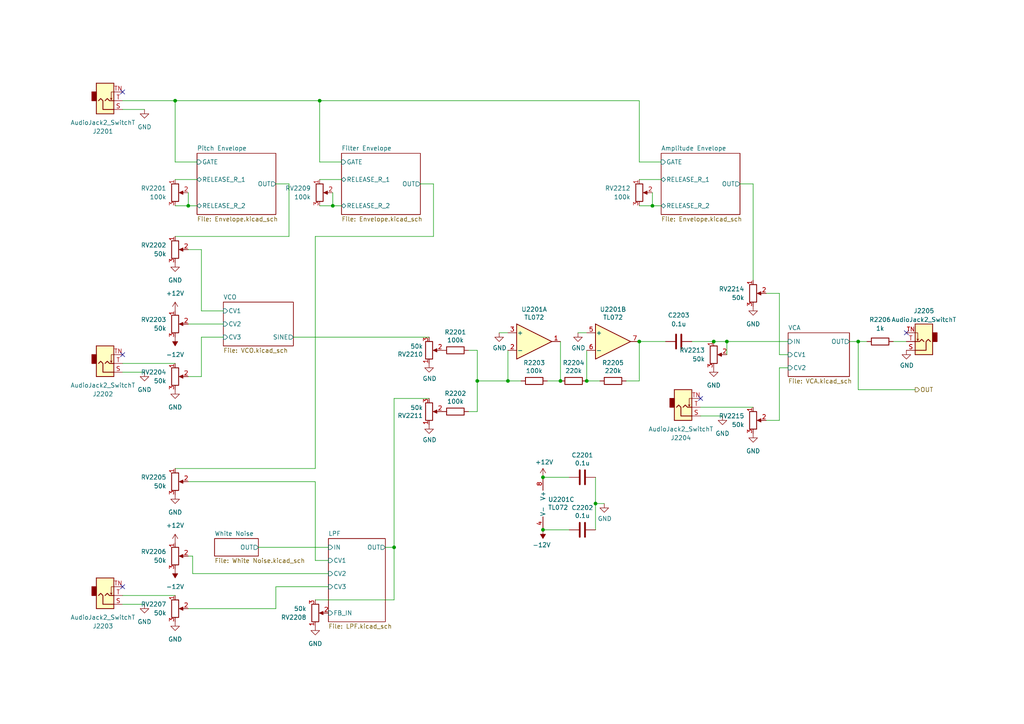
<source format=kicad_sch>
(kicad_sch (version 20211123) (generator eeschema)
  (paper "A4")
  (lib_symbols
    (symbol "Amplifier_Operational:TL072" (pin_names (offset 0.127))
      (property "Reference" "U" (at 0 5.08 0))
      (property "Value" "TL072" (at 0 -5.08 0))
      (symbol "TL072_1_1"
        (polyline (pts (xy -5.08 5.08) (xy 5.08 0) (xy -5.08 -5.08) (xy -5.08 5.08)) (stroke (width 0.254)) (fill (type background)))
        (pin output line (at 7.62 0 180) (length 2.54) (name "~") (number "1"))
        (pin input line (at -7.62 -2.54 0) (length 2.54) (name "-") (number "2"))
        (pin input line (at -7.62 2.54 0) (length 2.54) (name "+") (number "3"))
      )
      (symbol "TL072_2_1"
        (polyline (pts (xy -5.08 5.08) (xy 5.08 0) (xy -5.08 -5.08) (xy -5.08 5.08)) (stroke (width 0.254)) (fill (type background)))
        (pin input line (at -7.62 2.54 0) (length 2.54) (name "+") (number "5"))
        (pin input line (at -7.62 -2.54 0) (length 2.54) (name "-") (number "6"))
        (pin output line (at 7.62 0 180) (length 2.54) (name "~") (number "7"))
      )
      (symbol "TL072_3_1"
        (pin power_in line (at -2.54 -7.62 90) (length 3.81) (name "V-") (number "4"))
        (pin power_in line (at -2.54 7.62 270) (length 3.81) (name "V+") (number "8"))
      )
    )
    (symbol "Connector:AudioJack2_SwitchT"
      (property "Reference" "J" (at 0 8.89 0))
      (property "Value" "AudioJack2_SwitchT" (at 0 6.35 0))
      (symbol "AudioJack2_SwitchT_0_1"
        (rectangle (start -2.54 0) (end -3.81 -2.54) (stroke (width 0.254)) (fill (type outline)))
        (polyline (pts (xy 1.778 -0.254) (xy 2.032 -0.762)))
        (polyline (pts (xy 0 0) (xy 0.635 -0.635) (xy 1.27 0) (xy 2.54 0)) (stroke (width 0.254)))
        (polyline (pts (xy 2.54 -2.54) (xy 1.778 -2.54) (xy 1.778 -0.254) (xy 1.524 -0.762)))
        (polyline (pts (xy 2.54 2.54) (xy -0.635 2.54) (xy -0.635 0) (xy -1.27 -0.635) (xy -1.905 0)) (stroke (width 0.254)))
        (rectangle (start 2.54 3.81) (end -2.54 -5.08) (stroke (width 0.254)) (fill (type background)))
      )
      (symbol "AudioJack2_SwitchT_1_1"
        (pin passive line (at 5.08 2.54 180) (length 2.54) (name "~") (number "S"))
        (pin passive line (at 5.08 0 180) (length 2.54) (name "~") (number "T"))
        (pin passive line (at 5.08 -2.54 180) (length 2.54) (name "~") (number "TN"))
      )
    )
    (symbol "Device:C" (pin_numbers hide) (pin_names (offset 0.254))
      (property "Reference" "C" (at 0.635 2.54 0))
      (property "Value" "C" (at 0.635 -2.54 0))
      (symbol "C_0_1"
        (polyline (pts (xy -2.032 -0.762) (xy 2.032 -0.762)) (stroke (width 0.508)))
        (polyline (pts (xy -2.032 0.762) (xy 2.032 0.762)) (stroke (width 0.508)))
      )
      (symbol "C_1_1"
        (pin passive line (at 0 3.81 270) (length 2.794) (name "~") (number "1"))
        (pin passive line (at 0 -3.81 90) (length 2.794) (name "~") (number "2"))
      )
    )
    (symbol "Device:R" (pin_numbers hide) (pin_names (offset 0))
      (property "Reference" "R" (at 2.032 0 90))
      (property "Value" "R" (at 0 0 90))
      (symbol "R_0_1"
        (rectangle (start -1.016 -2.54) (end 1.016 2.54) (stroke (width 0.254)))
      )
      (symbol "R_1_1"
        (pin passive line (at 0 3.81 270) (length 1.27) (name "~") (number "1"))
        (pin passive line (at 0 -3.81 90) (length 1.27) (name "~") (number "2"))
      )
    )
    (symbol "Device:R_Potentiometer" (pin_names (offset 1.016) hide)
      (property "Reference" "RV" (at -4.445 0 90))
      (property "Value" "R_Potentiometer" (at -2.54 0 90))
      (symbol "R_Potentiometer_0_1"
        (polyline (pts (xy 2.54 0) (xy 1.524 0)))
        (polyline (pts (xy 1.143 0) (xy 2.286 0.508) (xy 2.286 -0.508) (xy 1.143 0)) (fill (type outline)))
        (rectangle (start 1.016 2.54) (end -1.016 -2.54) (stroke (width 0.254)))
      )
      (symbol "R_Potentiometer_1_1"
        (pin passive line (at 0 3.81 270) (length 1.27) (name "1") (number "1"))
        (pin passive line (at 3.81 0 180) (length 1.27) (name "2") (number "2"))
        (pin passive line (at 0 -3.81 90) (length 1.27) (name "3") (number "3"))
      )
    )
    (symbol "power:+12V" (power) (pin_names (offset 0))
      (property "Value" "+12V" (at 0 3.556 0))
      (symbol "+12V_0_1"
        (polyline (pts (xy -0.762 1.27) (xy 0 2.54)))
        (polyline (pts (xy 0 0) (xy 0 2.54)))
        (polyline (pts (xy 0 2.54) (xy 0.762 1.27)))
      )
      (symbol "+12V_1_1"
        (pin power_in line (at 0 0 90) (length 0) hide (name "+12V") (number "1"))
      )
    )
    (symbol "power:-12V" (power) (pin_names (offset 0))
      (property "Value" "-12V" (at 0 3.81 0))
      (symbol "-12V_0_0"
        (pin power_in line (at 0 0 90) (length 0) hide (name "-12V") (number "1"))
      )
      (symbol "-12V_0_1"
        (polyline (pts (xy 0 0) (xy 0 1.27) (xy 0.762 1.27) (xy 0 2.54) (xy -0.762 1.27) (xy 0 1.27)) (fill (type outline)))
      )
    )
    (symbol "power:GND" (power) (pin_names (offset 0))
      (property "Value" "GND" (at 0 -3.81 0))
      (symbol "GND_0_1"
        (polyline (pts (xy 0 0) (xy 0 -1.27) (xy 1.27 -1.27) (xy 0 -2.54) (xy -1.27 -1.27) (xy 0 -1.27)))
      )
      (symbol "GND_1_1"
        (pin power_in line (at 0 0 270) (length 0) hide (name "GND") (number "1"))
      )
    )
  )
  (junction (at 185.42 99.06))
  (junction (at 210.82 99.06))
  (junction (at 157.48 138.43))
  (junction (at 170.18 110.49))
  (junction (at 189.23 59.69))
  (junction (at 248.92 99.06))
  (junction (at 162.56 110.49))
  (junction (at 157.48 153.67))
  (junction (at 172.72 146.05))
  (junction (at 138.43 110.49))
  (junction (at 207.01 99.06))
  (junction (at 92.71 29.21))
  (junction (at 50.8 29.21))
  (junction (at 114.3 158.75))
  (junction (at 147.32 110.49))
  (junction (at 96.52 59.69))
  (junction (at 54.61 59.69))
  (no_connect (at 35.56 102.87))
  (no_connect (at 262.89 96.52))
  (no_connect (at 35.56 26.67))
  (no_connect (at 203.2 115.57))
  (no_connect (at 35.56 170.18))
  (wire (pts (xy 74.93 158.75) (xy 95.25 158.75)))
  (wire (pts (xy 210.82 99.06) (xy 228.6 99.06)))
  (wire (pts (xy 147.32 101.6) (xy 147.32 110.49)))
  (wire (pts (xy 172.72 146.05) (xy 175.26 146.05)))
  (wire (pts (xy 54.61 59.69) (xy 50.8 59.69)))
  (wire (pts (xy 80.01 176.53) (xy 80.01 170.18)))
  (wire (pts (xy 91.44 68.58) (xy 91.44 135.89)))
  (wire (pts (xy 193.04 99.06) (xy 185.42 99.06)))
  (wire (pts (xy 114.3 173.99) (xy 114.3 158.75)))
  (wire (pts (xy 85.09 97.79) (xy 124.46 97.79)))
  (wire (pts (xy 64.77 97.79) (xy 58.42 97.79)))
  (wire (pts (xy 135.89 101.6) (xy 138.43 101.6)))
  (wire (pts (xy 50.8 29.21) (xy 50.8 46.99)))
  (wire (pts (xy 54.61 93.98) (xy 64.77 93.98)))
  (wire (pts (xy 265.43 113.03) (xy 248.92 113.03)))
  (wire (pts (xy 114.3 115.57) (xy 114.3 158.75)))
  (wire (pts (xy 165.1 138.43) (xy 157.48 138.43)))
  (wire (pts (xy 80.01 53.34) (xy 83.82 53.34)))
  (wire (pts (xy 147.32 110.49) (xy 151.13 110.49)))
  (wire (pts (xy 54.61 59.69) (xy 57.15 59.69)))
  (wire (pts (xy 191.77 46.99) (xy 185.42 46.99)))
  (wire (pts (xy 35.56 29.21) (xy 50.8 29.21)))
  (wire (pts (xy 96.52 55.88) (xy 96.52 59.69)))
  (wire (pts (xy 214.63 53.34) (xy 218.44 53.34)))
  (wire (pts (xy 114.3 115.57) (xy 124.46 115.57)))
  (wire (pts (xy 41.91 107.95) (xy 35.56 107.95)))
  (wire (pts (xy 58.42 109.22) (xy 58.42 97.79)))
  (wire (pts (xy 157.48 153.67) (xy 165.1 153.67)))
  (wire (pts (xy 80.01 170.18) (xy 95.25 170.18)))
  (wire (pts (xy 144.78 96.52) (xy 147.32 96.52)))
  (wire (pts (xy 54.61 55.88) (xy 54.61 59.69)))
  (wire (pts (xy 35.56 105.41) (xy 50.8 105.41)))
  (wire (pts (xy 92.71 46.99) (xy 92.71 29.21)))
  (wire (pts (xy 50.8 29.21) (xy 92.71 29.21)))
  (wire (pts (xy 226.06 106.68) (xy 226.06 121.92)))
  (wire (pts (xy 92.71 29.21) (xy 185.42 29.21)))
  (wire (pts (xy 259.08 99.06) (xy 262.89 99.06)))
  (wire (pts (xy 91.44 135.89) (xy 50.8 135.89)))
  (wire (pts (xy 218.44 53.34) (xy 218.44 81.28)))
  (wire (pts (xy 138.43 110.49) (xy 147.32 110.49)))
  (wire (pts (xy 96.52 59.69) (xy 99.06 59.69)))
  (wire (pts (xy 170.18 101.6) (xy 170.18 110.49)))
  (wire (pts (xy 162.56 110.49) (xy 162.56 99.06)))
  (wire (pts (xy 114.3 158.75) (xy 111.76 158.75)))
  (wire (pts (xy 172.72 138.43) (xy 172.72 146.05)))
  (wire (pts (xy 135.89 119.38) (xy 138.43 119.38)))
  (wire (pts (xy 246.38 99.06) (xy 248.92 99.06)))
  (wire (pts (xy 54.61 139.7) (xy 91.44 139.7)))
  (wire (pts (xy 172.72 146.05) (xy 172.72 153.67)))
  (wire (pts (xy 91.44 162.56) (xy 95.25 162.56)))
  (wire (pts (xy 99.06 46.99) (xy 92.71 46.99)))
  (wire (pts (xy 203.2 118.11) (xy 218.44 118.11)))
  (wire (pts (xy 222.25 121.92) (xy 226.06 121.92)))
  (wire (pts (xy 55.88 166.37) (xy 95.25 166.37)))
  (wire (pts (xy 185.42 52.07) (xy 191.77 52.07)))
  (wire (pts (xy 55.88 161.29) (xy 55.88 166.37)))
  (wire (pts (xy 209.55 120.65) (xy 203.2 120.65)))
  (wire (pts (xy 158.75 110.49) (xy 162.56 110.49)))
  (wire (pts (xy 96.52 59.69) (xy 92.71 59.69)))
  (wire (pts (xy 189.23 59.69) (xy 185.42 59.69)))
  (wire (pts (xy 189.23 59.69) (xy 191.77 59.69)))
  (wire (pts (xy 185.42 46.99) (xy 185.42 29.21)))
  (wire (pts (xy 185.42 110.49) (xy 181.61 110.49)))
  (wire (pts (xy 92.71 52.07) (xy 99.06 52.07)))
  (wire (pts (xy 54.61 176.53) (xy 80.01 176.53)))
  (wire (pts (xy 58.42 72.39) (xy 58.42 90.17)))
  (wire (pts (xy 138.43 101.6) (xy 138.43 110.49)))
  (wire (pts (xy 138.43 119.38) (xy 138.43 110.49)))
  (wire (pts (xy 248.92 113.03) (xy 248.92 99.06)))
  (wire (pts (xy 207.01 99.06) (xy 210.82 99.06)))
  (wire (pts (xy 35.56 172.72) (xy 50.8 172.72)))
  (wire (pts (xy 50.8 52.07) (xy 57.15 52.07)))
  (wire (pts (xy 226.06 102.87) (xy 226.06 85.09)))
  (wire (pts (xy 248.92 99.06) (xy 251.46 99.06)))
  (wire (pts (xy 54.61 161.29) (xy 55.88 161.29)))
  (wire (pts (xy 125.73 53.34) (xy 125.73 68.58)))
  (wire (pts (xy 210.82 99.06) (xy 210.82 102.87)))
  (wire (pts (xy 226.06 85.09) (xy 222.25 85.09)))
  (wire (pts (xy 50.8 68.58) (xy 83.82 68.58)))
  (wire (pts (xy 91.44 173.99) (xy 114.3 173.99)))
  (wire (pts (xy 58.42 90.17) (xy 64.77 90.17)))
  (wire (pts (xy 185.42 99.06) (xy 185.42 110.49)))
  (wire (pts (xy 54.61 109.22) (xy 58.42 109.22)))
  (wire (pts (xy 54.61 72.39) (xy 58.42 72.39)))
  (wire (pts (xy 91.44 139.7) (xy 91.44 162.56)))
  (wire (pts (xy 200.66 99.06) (xy 207.01 99.06)))
  (wire (pts (xy 167.64 96.52) (xy 170.18 96.52)))
  (wire (pts (xy 121.92 53.34) (xy 125.73 53.34)))
  (wire (pts (xy 226.06 106.68) (xy 228.6 106.68)))
  (wire (pts (xy 228.6 102.87) (xy 226.06 102.87)))
  (wire (pts (xy 170.18 110.49) (xy 173.99 110.49)))
  (wire (pts (xy 189.23 55.88) (xy 189.23 59.69)))
  (wire (pts (xy 41.91 175.26) (xy 35.56 175.26)))
  (wire (pts (xy 50.8 46.99) (xy 57.15 46.99)))
  (wire (pts (xy 41.91 31.75) (xy 35.56 31.75)))
  (wire (pts (xy 83.82 53.34) (xy 83.82 68.58)))
  (wire (pts (xy 125.73 68.58) (xy 91.44 68.58)))
  (hierarchical_label "OUT" (shape output) (at 265.43 113.03 0))
  (symbol (lib_id "power:GND") (at 50.8 76.2 0) (unit 1)
    (property "Reference" "#PWR02204" (effects hide))
    (property "Value" "GND" (at 50.8 81.28 0))
  )
  (symbol (lib_id "power:GND") (at 209.55 120.65 0) (unit 1)
    (property "Reference" "#PWR02221" (effects hide))
    (property "Value" "GND" (at 209.55 125.73 0))
  )
  (symbol (lib_id "Device:R_Potentiometer") (at 50.8 72.39 0) (unit 1)
    (property "Reference" "RV2202" (at 48.26 71.1199 0) (effects (justify right)))
    (property "Value" "50k" (at 48.26 73.6599 0) (effects (justify right)))
    (property "Footprint" "Potentiometer_THT:Potentiometer_Alpha_RD901F-40-00D_Single_Vertical_CircularHoles" (effects hide))
  )
  (symbol (lib_id "power:+12V") (at 50.8 157.48 0) (unit 1)
    (property "Reference" "#PWR02209" (effects hide))
    (property "Value" "+12V" (at 50.8 152.4 0))
  )
  (symbol (lib_id "power:GND") (at 50.8 143.51 0) (unit 1)
    (property "Reference" "#PWR02208" (effects hide))
    (property "Value" "GND" (at 50.8 148.59 0))
  )
  (symbol (lib_id "power:GND") (at 167.64 96.52 0) (unit 1)
    (property "Reference" "#PWR02218" (effects hide))
    (property "Value" "GND" (at 167.767 100.9142 0))
  )
  (symbol (lib_id "Device:R_Potentiometer") (at 50.8 161.29 0) (unit 1)
    (property "Reference" "RV2206" (at 48.26 160.0199 0) (effects (justify right)))
    (property "Value" "50k" (at 48.26 162.5599 0) (effects (justify right)))
    (property "Footprint" "Potentiometer_THT:Potentiometer_Alpha_RD901F-40-00D_Single_Vertical_CircularHoles" (effects hide))
  )
  (symbol (lib_id "power:GND") (at 175.26 146.05 0) (unit 1)
    (property "Reference" "#PWR02219" (effects hide))
    (property "Value" "GND" (at 175.387 150.4442 0))
  )
  (symbol (lib_id "Device:R_Potentiometer") (at 92.71 55.88 0) (unit 1)
    (property "Reference" "RV2209" (at 90.17 54.6099 0) (effects (justify right)))
    (property "Value" "100k" (at 90.17 57.1499 0) (effects (justify right)))
    (property "Footprint" "Potentiometer_THT:Potentiometer_Alpha_RD901F-40-00D_Single_Vertical_CircularHoles" (effects hide))
  )
  (symbol (lib_id "Device:R_Potentiometer") (at 50.8 93.98 0) (unit 1)
    (property "Reference" "RV2203" (at 48.26 92.7099 0) (effects (justify right)))
    (property "Value" "50k" (at 48.26 95.2499 0) (effects (justify right)))
    (property "Footprint" "Potentiometer_THT:Potentiometer_Alpha_RD901F-40-00D_Single_Vertical_CircularHoles" (effects hide))
  )
  (symbol (lib_id "Device:C") (at 168.91 138.43 90) (unit 1)
    (property "Reference" "C2201" (at 168.91 132.0292 90))
    (property "Value" "0.1u" (at 168.91 134.3406 90))
    (property "Footprint" "Capacitor_THT:C_Disc_D5.0mm_W2.5mm_P5.00mm" (effects hide))
  )
  (symbol (lib_id "Device:R_Potentiometer") (at 218.44 121.92 0) (unit 1)
    (property "Reference" "RV2215" (at 215.9 120.6499 0) (effects (justify right)))
    (property "Value" "50k" (at 215.9 123.1899 0) (effects (justify right)))
    (property "Footprint" "Potentiometer_THT:Potentiometer_Alpha_RD901F-40-00D_Single_Vertical_CircularHoles" (effects hide))
  )
  (symbol (lib_id "power:GND") (at 41.91 31.75 0) (unit 1)
    (property "Reference" "#PWR02201" (effects hide))
    (property "Value" "GND" (at 41.91 36.83 0))
  )
  (symbol (lib_id "power:GND") (at 124.46 123.19 0) (unit 1)
    (property "Reference" "#PWR02214" (effects hide))
    (property "Value" "GND" (at 124.587 127.5842 0))
  )
  (symbol (lib_id "power:-12V") (at 50.8 165.1 180) (unit 1)
    (property "Reference" "#PWR02210" (effects hide))
    (property "Value" "-12V" (at 50.8 170.18 0))
  )
  (symbol (lib_id "power:GND") (at 41.91 107.95 0) (unit 1)
    (property "Reference" "#PWR02202" (effects hide))
    (property "Value" "GND" (at 41.91 113.03 0))
  )
  (symbol (lib_id "power:GND") (at 218.44 125.73 0) (unit 1)
    (property "Reference" "#PWR02223" (effects hide))
    (property "Value" "GND" (at 218.44 130.81 0))
  )
  (symbol (lib_id "power:GND") (at 91.44 181.61 0) (unit 1)
    (property "Reference" "#PWR02212" (effects hide))
    (property "Value" "GND" (at 91.44 186.69 0))
  )
  (symbol (lib_id "Device:R_Potentiometer") (at 218.44 85.09 0) (unit 1)
    (property "Reference" "RV2214" (at 215.9 83.8199 0) (effects (justify right)))
    (property "Value" "50k" (at 215.9 86.3599 0) (effects (justify right)))
    (property "Footprint" "Potentiometer_THT:Potentiometer_Alpha_RD901F-40-00D_Single_Vertical_CircularHoles" (effects hide))
  )
  (symbol (lib_id "power:GND") (at 41.91 175.26 0) (unit 1)
    (property "Reference" "#PWR02203" (effects hide))
    (property "Value" "GND" (at 41.91 180.34 0))
  )
  (symbol (lib_id "Device:C") (at 196.85 99.06 90) (unit 1)
    (property "Reference" "C2203" (at 196.85 91.44 90))
    (property "Value" "0.1u" (at 196.85 93.98 90))
    (property "Footprint" "Capacitor_THT:C_Disc_D5.0mm_W2.5mm_P5.00mm" (effects hide))
  )
  (symbol (lib_id "Device:R") (at 132.08 119.38 270) (unit 1)
    (property "Reference" "R2202" (at 132.08 114.1222 90))
    (property "Value" "100k" (at 132.08 116.4336 90))
    (property "Footprint" "Resistor_THT:R_Axial_DIN0207_L6.3mm_D2.5mm_P7.62mm_Horizontal" (effects hide))
  )
  (symbol (lib_id "power:GND") (at 262.89 101.6 0) (unit 1)
    (property "Reference" "#PWR02224" (effects hide))
    (property "Value" "GND" (at 263.017 105.9942 0))
  )
  (symbol (lib_id "Device:R_Potentiometer") (at 50.8 176.53 0) (unit 1)
    (property "Reference" "RV2207" (at 48.26 175.2599 0) (effects (justify right)))
    (property "Value" "50k" (at 48.26 177.7999 0) (effects (justify right)))
    (property "Footprint" "Potentiometer_THT:Potentiometer_Alpha_RD901F-40-00D_Single_Vertical_CircularHoles" (effects hide))
  )
  (symbol (lib_id "Device:R_Potentiometer") (at 124.46 119.38 0) (mirror x) (unit 1)
    (property "Reference" "RV2211" (at 122.682 120.5484 0) (effects (justify right)))
    (property "Value" "50k" (at 122.682 118.237 0) (effects (justify right)))
    (property "Footprint" "Potentiometer_THT:Potentiometer_Alpha_RD901F-40-00D_Single_Vertical_CircularHoles" (effects hide))
  )
  (symbol (lib_id "Device:R") (at 255.27 99.06 90) (unit 1)
    (property "Reference" "R2206" (at 255.27 92.71 90))
    (property "Value" "1k" (at 255.27 95.25 90))
    (property "Footprint" "Resistor_THT:R_Axial_DIN0207_L6.3mm_D2.5mm_P7.62mm_Horizontal" (effects hide))
  )
  (symbol (lib_id "Device:R") (at 154.94 110.49 270) (unit 1)
    (property "Reference" "R2203" (at 154.94 105.2322 90))
    (property "Value" "100k" (at 154.94 107.5436 90))
    (property "Footprint" "Resistor_THT:R_Axial_DIN0207_L6.3mm_D2.5mm_P7.62mm_Horizontal" (effects hide))
  )
  (symbol (lib_id "Amplifier_Operational:TL072") (at 177.8 99.06 0) (unit 2)
    (property "Reference" "U2201" (at 177.8 89.7382 0))
    (property "Value" "TL072" (at 177.8 92.0496 0))
    (property "Footprint" "Package_DIP:DIP-8_W7.62mm_Socket" (effects hide))
    (property "Datasheet" "http://www.ti.com/lit/ds/symlink/tl071.pdf" (effects hide))
  )
  (symbol (lib_id "Connector:AudioJack2_SwitchT") (at 267.97 99.06 180) (unit 1)
    (property "Reference" "J2205" (at 267.97 90.17 0))
    (property "Value" "AudioJack2_SwitchT" (at 267.97 92.71 0))
    (property "Footprint" "Connector_Audio:Jack_3.5mm_QingPu_WQP-PJ398SM_Vertical_CircularHoles" (effects hide))
  )
  (symbol (lib_id "Amplifier_Operational:TL072") (at 154.94 99.06 0) (unit 1)
    (property "Reference" "U2201" (at 154.94 89.7382 0))
    (property "Value" "TL072" (at 154.94 92.0496 0))
    (property "Footprint" "Package_DIP:DIP-8_W7.62mm_Socket" (effects hide))
    (property "Datasheet" "http://www.ti.com/lit/ds/symlink/tl071.pdf" (effects hide))
  )
  (symbol (lib_id "Device:R_Potentiometer") (at 50.8 139.7 0) (unit 1)
    (property "Reference" "RV2205" (at 48.26 138.4299 0) (effects (justify right)))
    (property "Value" "50k" (at 48.26 140.9699 0) (effects (justify right)))
    (property "Footprint" "Potentiometer_THT:Potentiometer_Alpha_RD901F-40-00D_Single_Vertical_CircularHoles" (effects hide))
  )
  (symbol (lib_id "Device:R") (at 166.37 110.49 270) (unit 1)
    (property "Reference" "R2204" (at 166.37 105.2322 90))
    (property "Value" "220k" (at 166.37 107.5436 90))
    (property "Footprint" "Resistor_THT:R_Axial_DIN0207_L6.3mm_D2.5mm_P7.62mm_Horizontal" (effects hide))
  )
  (symbol (lib_id "power:GND") (at 50.8 113.03 0) (unit 1)
    (property "Reference" "#PWR02207" (effects hide))
    (property "Value" "GND" (at 50.8 118.11 0))
  )
  (symbol (lib_id "power:-12V") (at 50.8 97.79 180) (unit 1)
    (property "Reference" "#PWR02206" (effects hide))
    (property "Value" "-12V" (at 50.8 102.87 0))
  )
  (symbol (lib_id "Connector:AudioJack2_SwitchT") (at 30.48 105.41 0) (mirror x) (unit 1)
    (property "Reference" "J2202" (at 29.845 114.3 0))
    (property "Value" "AudioJack2_SwitchT" (at 29.845 111.76 0))
    (property "Footprint" "Connector_Audio:Jack_3.5mm_QingPu_WQP-PJ398SM_Vertical_CircularHoles" (effects hide))
  )
  (symbol (lib_id "power:GND") (at 218.44 88.9 0) (unit 1)
    (property "Reference" "#PWR02222" (effects hide))
    (property "Value" "GND" (at 218.44 93.98 0))
  )
  (symbol (lib_id "Device:R") (at 177.8 110.49 270) (unit 1)
    (property "Reference" "R2205" (at 177.8 105.2322 90))
    (property "Value" "220k" (at 177.8 107.5436 90))
    (property "Footprint" "Resistor_THT:R_Axial_DIN0207_L6.3mm_D2.5mm_P7.62mm_Horizontal" (effects hide))
  )
  (symbol (lib_id "Device:R_Potentiometer") (at 91.44 177.8 0) (mirror x) (unit 1)
    (property "Reference" "RV2208" (at 88.9 179.0701 0) (effects (justify right)))
    (property "Value" "50k" (at 88.9 176.5301 0) (effects (justify right)))
    (property "Footprint" "Potentiometer_THT:Potentiometer_Alpha_RD901F-40-00D_Single_Vertical_CircularHoles" (effects hide))
  )
  (symbol (lib_id "Device:R") (at 132.08 101.6 270) (unit 1)
    (property "Reference" "R2201" (at 132.08 96.3422 90))
    (property "Value" "100k" (at 132.08 98.6536 90))
    (property "Footprint" "Resistor_THT:R_Axial_DIN0207_L6.3mm_D2.5mm_P7.62mm_Horizontal" (effects hide))
  )
  (symbol (lib_id "power:GND") (at 50.8 180.34 0) (unit 1)
    (property "Reference" "#PWR02211" (effects hide))
    (property "Value" "GND" (at 50.8 185.42 0))
  )
  (symbol (lib_id "Device:R_Potentiometer") (at 50.8 55.88 0) (unit 1)
    (property "Reference" "RV2201" (at 48.26 54.6099 0) (effects (justify right)))
    (property "Value" "100k" (at 48.26 57.1499 0) (effects (justify right)))
    (property "Footprint" "Potentiometer_THT:Potentiometer_Alpha_RD901F-40-00D_Single_Vertical_CircularHoles" (effects hide))
  )
  (symbol (lib_id "power:GND") (at 144.78 96.52 0) (unit 1)
    (property "Reference" "#PWR02215" (effects hide))
    (property "Value" "GND" (at 144.907 100.9142 0))
  )
  (symbol (lib_id "Device:R_Potentiometer") (at 207.01 102.87 0) (unit 1)
    (property "Reference" "RV2213" (at 204.47 101.5999 0) (effects (justify right)))
    (property "Value" "50k" (at 204.47 104.1399 0) (effects (justify right)))
    (property "Footprint" "Potentiometer_THT:Potentiometer_Alpha_RD901F-40-00D_Single_Vertical_CircularHoles" (effects hide))
  )
  (symbol (lib_id "Device:R_Potentiometer") (at 185.42 55.88 0) (unit 1)
    (property "Reference" "RV2212" (at 182.88 54.6099 0) (effects (justify right)))
    (property "Value" "100k" (at 182.88 57.1499 0) (effects (justify right)))
    (property "Footprint" "Potentiometer_THT:Potentiometer_Alpha_RD901F-40-00D_Single_Vertical_CircularHoles" (effects hide))
  )
  (symbol (lib_id "Connector:AudioJack2_SwitchT") (at 30.48 29.21 0) (mirror x) (unit 1)
    (property "Reference" "J2201" (at 29.845 38.1 0))
    (property "Value" "AudioJack2_SwitchT" (at 29.845 35.56 0))
    (property "Footprint" "Connector_Audio:Jack_3.5mm_QingPu_WQP-PJ398SM_Vertical_CircularHoles" (effects hide))
  )
  (symbol (lib_id "power:GND") (at 207.01 106.68 0) (unit 1)
    (property "Reference" "#PWR02220" (effects hide))
    (property "Value" "GND" (at 207.01 111.76 0))
  )
  (symbol (lib_id "power:+12V") (at 50.8 90.17 0) (unit 1)
    (property "Reference" "#PWR02205" (effects hide))
    (property "Value" "+12V" (at 50.8 85.09 0))
  )
  (symbol (lib_id "power:-12V") (at 157.48 153.67 180) (unit 1)
    (property "Reference" "#PWR02217" (effects hide))
    (property "Value" "-12V" (at 157.099 158.0642 0))
  )
  (symbol (lib_id "Connector:AudioJack2_SwitchT") (at 198.12 118.11 0) (mirror x) (unit 1)
    (property "Reference" "J2204" (at 197.485 127 0))
    (property "Value" "AudioJack2_SwitchT" (at 197.485 124.46 0))
    (property "Footprint" "Connector_Audio:Jack_3.5mm_QingPu_WQP-PJ398SM_Vertical_CircularHoles" (effects hide))
  )
  (symbol (lib_id "Connector:AudioJack2_SwitchT") (at 30.48 172.72 0) (mirror x) (unit 1)
    (property "Reference" "J2203" (at 29.845 181.61 0))
    (property "Value" "AudioJack2_SwitchT" (at 29.845 179.07 0))
    (property "Footprint" "Connector_Audio:Jack_3.5mm_QingPu_WQP-PJ398SM_Vertical_CircularHoles" (effects hide))
  )
  (symbol (lib_id "power:GND") (at 124.46 105.41 0) (unit 1)
    (property "Reference" "#PWR02213" (effects hide))
    (property "Value" "GND" (at 124.587 109.8042 0))
  )
  (symbol (lib_id "Device:C") (at 168.91 153.67 90) (unit 1)
    (property "Reference" "C2202" (at 168.91 147.2692 90))
    (property "Value" "0.1u" (at 168.91 149.5806 90))
    (property "Footprint" "Capacitor_THT:C_Disc_D5.0mm_W2.5mm_P5.00mm" (effects hide))
  )
  (symbol (lib_id "Device:R_Potentiometer") (at 50.8 109.22 0) (unit 1)
    (property "Reference" "RV2204" (at 48.26 107.9499 0) (effects (justify right)))
    (property "Value" "50k" (at 48.26 110.4899 0) (effects (justify right)))
    (property "Footprint" "Potentiometer_THT:Potentiometer_Alpha_RD901F-40-00D_Single_Vertical_CircularHoles" (effects hide))
  )
  (symbol (lib_id "Device:R_Potentiometer") (at 124.46 101.6 0) (mirror x) (unit 1)
    (property "Reference" "RV2210" (at 122.682 102.7684 0) (effects (justify right)))
    (property "Value" "50k" (at 122.682 100.457 0) (effects (justify right)))
    (property "Footprint" "Potentiometer_THT:Potentiometer_Alpha_RD901F-40-00D_Single_Vertical_CircularHoles" (effects hide))
  )
  (symbol (lib_id "Amplifier_Operational:TL072") (at 160.02 146.05 0) (unit 3)
    (property "Reference" "U2201" (at 158.9532 144.8816 0) (effects (justify left)))
    (property "Value" "TL072" (at 158.9532 147.193 0) (effects (justify left)))
    (property "Footprint" "Package_DIP:DIP-8_W7.62mm_Socket" (effects hide))
    (property "Datasheet" "http://www.ti.com/lit/ds/symlink/tl071.pdf" (effects hide))
  )
  (symbol (lib_id "power:+12V") (at 157.48 138.43 0) (unit 1)
    (property "Reference" "#PWR02216" (effects hide))
    (property "Value" "+12V" (at 157.861 134.0358 0))
  )
  (sheet (at 99.06 44.45) (size 22.86 17.78) (stroke (width 0.1524))
    (property "Sheet name" "Filter Envelope" (at 99.06 43.7384 0) (effects (justify left bottom)))
    (property "Sheet file" "Envelope.kicad_sch" (at 99.06 62.8146 0) (effects (justify left top)))
    (pin "GATE" input (at 99.06 46.99 180))
    (pin "OUT" output (at 121.92 53.34 0))
    (pin "RELEASE_R_2" bidirectional (at 99.06 59.69 180))
    (pin "RELEASE_R_1" bidirectional (at 99.06 52.07 180))
  )
  (sheet (at 57.15 44.45) (size 22.86 17.78) (stroke (width 0.1524))
    (property "Sheet name" "Pitch Envelope" (at 57.15 43.7384 0) (effects (justify left bottom)))
    (property "Sheet file" "Envelope.kicad_sch" (at 57.15 62.8146 0) (effects (justify left top)))
    (pin "GATE" input (at 57.15 46.99 180))
    (pin "OUT" output (at 80.01 53.34 0))
    (pin "RELEASE_R_2" bidirectional (at 57.15 59.69 180))
    (pin "RELEASE_R_1" bidirectional (at 57.15 52.07 180))
  )
  (sheet (at 64.77 87.63) (size 20.32 12.7) (stroke (width 0.1524))
    (property "Sheet name" "VCO" (at 64.77 86.9184 0) (effects (justify left bottom)))
    (property "Sheet file" "VCO.kicad_sch" (at 64.77 100.9146 0) (effects (justify left top)))
    (pin "CV3" input (at 64.77 97.79 180))
    (pin "CV2" input (at 64.77 93.98 180))
    (pin "CV1" input (at 64.77 90.17 180))
    (pin "SINE" output (at 85.09 97.79 0))
  )
  (sheet (at 95.25 156.21) (size 16.51 24.13) (stroke (width 0.1524))
    (property "Sheet name" "LPF" (at 95.25 155.4984 0) (effects (justify left bottom)))
    (property "Sheet file" "LPF.kicad_sch" (at 95.25 180.9246 0) (effects (justify left top)))
    (pin "OUT" output (at 111.76 158.75 0))
    (pin "FB_IN" input (at 95.25 177.8 180))
    (pin "CV2" input (at 95.25 166.37 180))
    (pin "CV1" input (at 95.25 162.56 180))
    (pin "IN" input (at 95.25 158.75 180))
    (pin "CV3" input (at 95.25 170.18 180))
  )
  (sheet (at 191.77 44.45) (size 22.86 17.78) (stroke (width 0.1524))
    (property "Sheet name" "Amplitude Envelope" (at 191.77 43.7384 0) (effects (justify left bottom)))
    (property "Sheet file" "Envelope.kicad_sch" (at 191.77 62.8146 0) (effects (justify left top)))
    (pin "GATE" input (at 191.77 46.99 180))
    (pin "OUT" output (at 214.63 53.34 0))
    (pin "RELEASE_R_2" bidirectional (at 191.77 59.69 180))
    (pin "RELEASE_R_1" bidirectional (at 191.77 52.07 180))
  )
  (sheet (at 62.23 156.21) (size 12.7 5.08) (stroke (width 0.1524))
    (property "Sheet name" "White Noise" (at 62.23 155.4984 0) (effects (justify left bottom)))
    (property "Sheet file" "White Noise.kicad_sch" (at 62.23 161.8746 0) (effects (justify left top)))
    (pin "OUT" output (at 74.93 158.75 0))
  )
  (sheet (at 228.6 96.52) (size 17.78 12.7) (stroke (width 0.1524))
    (property "Sheet name" "VCA" (at 228.6 95.8084 0) (effects (justify left bottom)))
    (property "Sheet file" "VCA.kicad_sch" (at 228.6 109.8046 0) (effects (justify left top)))
    (pin "IN" input (at 228.6 99.06 180))
    (pin "OUT" output (at 246.38 99.06 0))
    (pin "CV1" input (at 228.6 102.87 180))
    (pin "CV2" input (at 228.6 106.68 180))
  )
)
</source>
